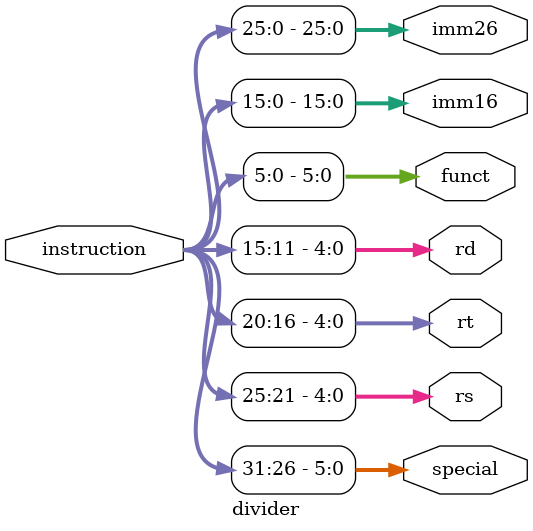
<source format=v>
`timescale 1ns / 1ps
module divider(
    input [31:0] instruction,
    output [5:0] special,
    output [4:0] rs,
    output [4:0] rt,
    output [4:0] rd,
    output [5:0] funct,
    output [15:0] imm16,
    output [25:0] imm26
    );

		assign special=instruction[31:26];
		assign rs=instruction[25:21];
		assign rt=instruction[20:16];
		assign rd=instruction[15:11];
		assign funct=instruction[5:0];
		assign imm16=instruction[15:0];
		assign imm26=instruction[25:0];


endmodule

</source>
